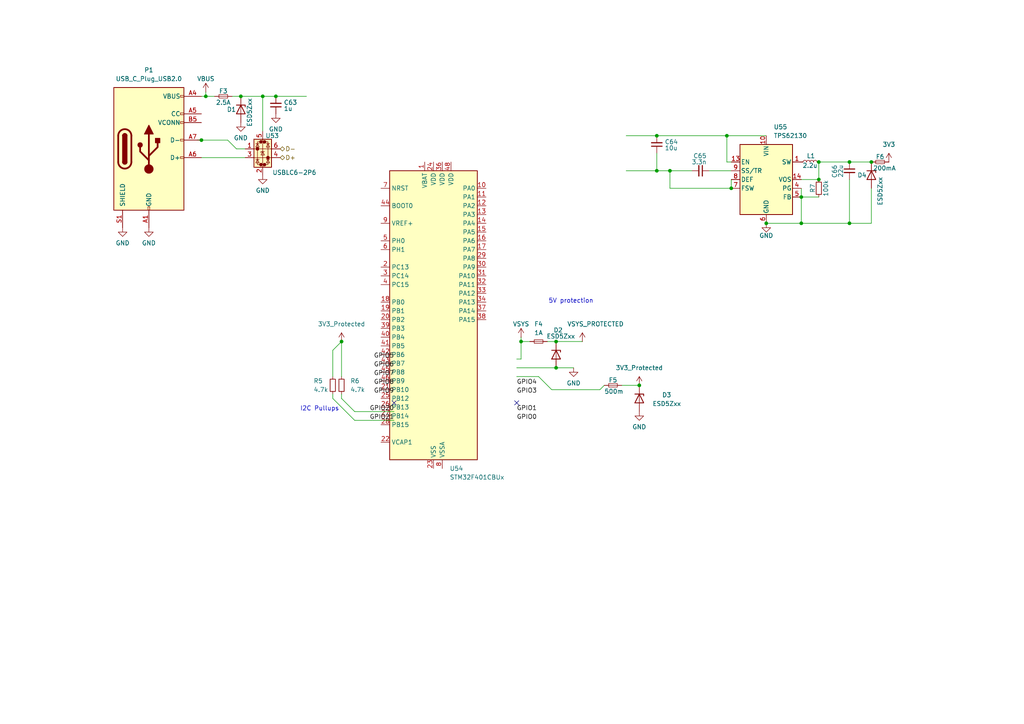
<source format=kicad_sch>
(kicad_sch (version 20250114) (generator "eeschema") (generator_version "9.0")
  (paper "A4")
  (lib_symbols
    (symbol "Connector:USB_C_Plug_USB2.0" (pin_names (offset 1.016))
      (property "Reference" "P" (at -10.16 19.05 0))
      (property "Value" "USB_C_Plug_USB2.0" (at 12.7 19.05 0))
      (symbol "USB_C_Plug_USB2.0_0_0"
        (rectangle (start -0.254 -17.78) (end 0.254 -16.764))
        (rectangle (start 10.16 15.494) (end 9.144 14.986))
        (rectangle (start 10.16 10.414) (end 9.144 9.906))
        (rectangle (start 10.16 7.874) (end 9.144 7.366))
        (rectangle (start 10.16 2.794) (end 9.144 2.286))
        (rectangle (start 10.16 -2.286) (end 9.144 -2.794))
      )
      (symbol "USB_C_Plug_USB2.0_0_1"
        (rectangle (start -10.16 17.78) (end 10.16 -17.78) (stroke (width 0.254)) (fill (type background)))
        (polyline (pts (xy -8.89 -3.81) (xy -8.89 3.81)) (stroke (width 0.508)))
        (rectangle (start -7.62 -3.81) (end -6.35 3.81) (stroke (width 0.254)) (fill (type outline)))
        (arc (start -7.62 3.81) (mid -6.985 4.4423) (end -6.35 3.81) (stroke (width 0.254)))
        (arc (start -7.62 3.81) (mid -6.985 4.4423) (end -6.35 3.81) (stroke (width 0.254)) (fill (type outline)))
        (arc (start -8.89 3.81) (mid -6.985 5.7067) (end -5.08 3.81) (stroke (width 0.508)))
        (arc (start -5.08 -3.81) (mid -6.985 -5.7067) (end -8.89 -3.81) (stroke (width 0.508)))
        (arc (start -6.35 -3.81) (mid -6.985 -4.4423) (end -7.62 -3.81) (stroke (width 0.254)))
        (arc (start -6.35 -3.81) (mid -6.985 -4.4423) (end -7.62 -3.81) (stroke (width 0.254)) (fill (type outline)))
        (polyline (pts (xy -5.08 3.81) (xy -5.08 -3.81)) (stroke (width 0.508)))
        (circle (center -2.54 1.143) (radius 0.635) (stroke (width 0.254)) (fill (type outline)))
        (polyline (pts (xy -1.27 4.318) (xy 0 6.858) (xy 1.27 4.318) (xy -1.27 4.318)) (stroke (width 0.254)) (fill (type outline)))
        (polyline (pts (xy 0 -2.032) (xy 2.54 0.508) (xy 2.54 1.778)) (stroke (width 0.508)))
        (polyline (pts (xy 0 -3.302) (xy -2.54 -0.762) (xy -2.54 0.508)) (stroke (width 0.508)))
        (polyline (pts (xy 0 -5.842) (xy 0 4.318)) (stroke (width 0.508)))
        (circle (center 0 -5.842) (radius 1.27) (fill (type outline)))
        (rectangle (start 1.905 1.778) (end 3.175 3.048) (stroke (width 0.254)) (fill (type outline)))
      )
      (symbol "USB_C_Plug_USB2.0_1_1"
        (pin passive line (at -7.62 -22.86 90) (length 5.08) (name "SHIELD") (number "S1"))
        (pin passive line (at 0 -22.86 90) (length 5.08) (name "GND") (number "A1"))
        (pin passive line (at 0 -22.86 90) (length 5.08) (hide yes) (name "GND") (number "A12"))
        (pin passive line (at 0 -22.86 90) (length 5.08) (hide yes) (name "GND") (number "B1"))
        (pin passive line (at 0 -22.86 90) (length 5.08) (hide yes) (name "GND") (number "B12"))
        (pin passive line (at 15.24 15.24 180) (length 5.08) (name "VBUS") (number "A4"))
        (pin passive line (at 15.24 15.24 180) (length 5.08) (hide yes) (name "VBUS") (number "A9"))
        (pin passive line (at 15.24 15.24 180) (length 5.08) (hide yes) (name "VBUS") (number "B4"))
        (pin passive line (at 15.24 15.24 180) (length 5.08) (hide yes) (name "VBUS") (number "B9"))
        (pin bidirectional line (at 15.24 10.16 180) (length 5.08) (name "CC") (number "A5"))
        (pin bidirectional line (at 15.24 7.62 180) (length 5.08) (name "VCONN") (number "B5"))
        (pin bidirectional line (at 15.24 2.54 180) (length 5.08) (name "D-") (number "A7"))
        (pin bidirectional line (at 15.24 -2.54 180) (length 5.08) (name "D+") (number "A6"))
      )
    )
    (symbol "Device:C_Small" (pin_numbers (hide yes)) (pin_names (offset 0.254) (hide yes))
      (property "Reference" "C" (at 0.254 1.778 0))
      (property "Value" "C_Small" (at 0.254 -2.032 0))
      (symbol "C_Small_0_1"
        (polyline (pts (xy -1.524 0.508) (xy 1.524 0.508)) (stroke (width 0.3048)))
        (polyline (pts (xy -1.524 -0.508) (xy 1.524 -0.508)) (stroke (width 0.3302)))
      )
      (symbol "C_Small_1_1"
        (pin passive line (at 0 2.54 270) (length 2.032) (name "~") (number "1"))
        (pin passive line (at 0 -2.54 90) (length 2.032) (name "~") (number "2"))
      )
    )
    (symbol "Device:Fuse_Small" (pin_numbers (hide yes)) (pin_names (offset 0.254) (hide yes))
      (property "Reference" "F" (at 0 -1.524 0))
      (property "Value" "Fuse_Small" (at 0 1.524 0))
      (symbol "Fuse_Small_0_1"
        (rectangle (start -1.27 0.508) (end 1.27 -0.508))
        (polyline (pts (xy -1.27 0) (xy 1.27 0)))
      )
      (symbol "Fuse_Small_1_1"
        (pin passive line (at -2.54 0 0) (length 1.27) (name "~") (number "1"))
        (pin passive line (at 2.54 0 180) (length 1.27) (name "~") (number "2"))
      )
    )
    (symbol "Device:L_Small" (pin_numbers (hide yes)) (pin_names (offset 0.254) (hide yes))
      (property "Reference" "L" (at 0.762 1.016 0))
      (property "Value" "L_Small" (at 0.762 -1.016 0))
      (symbol "L_Small_0_1"
        (arc (start 0 2.032) (mid 0.5058 1.524) (end 0 1.016))
        (arc (start 0 1.016) (mid 0.5058 0.508) (end 0 0))
        (arc (start 0 0) (mid 0.5058 -0.508) (end 0 -1.016))
        (arc (start 0 -1.016) (mid 0.5058 -1.524) (end 0 -2.032))
      )
      (symbol "L_Small_1_1"
        (pin passive line (at 0 2.54 270) (length 0.508) (name "~") (number "1"))
        (pin passive line (at 0 -2.54 90) (length 0.508) (name "~") (number "2"))
      )
    )
    (symbol "Device:R_Small" (pin_numbers (hide yes)) (pin_names (offset 0.254) (hide yes))
      (property "Reference" "R" (at 0.762 0.508 0))
      (property "Value" "R_Small" (at 0.762 -1.016 0))
      (symbol "R_Small_0_1"
        (rectangle (start -0.762 1.778) (end 0.762 -1.778) (stroke (width 0.2032)))
      )
      (symbol "R_Small_1_1"
        (pin passive line (at 0 2.54 270) (length 0.762) (name "~") (number "1"))
        (pin passive line (at 0 -2.54 90) (length 0.762) (name "~") (number "2"))
      )
    )
    (symbol "Diode:ESD5Zxx" (pin_numbers (hide yes)) (pin_names (hide yes))
      (property "Reference" "D" (at 0 2.54 0))
      (property "Value" "ESD5Zxx" (at 0 -2.54 0))
      (symbol "ESD5Zxx_0_1"
        (polyline (pts (xy -1.27 -1.27) (xy -1.27 1.27) (xy -0.762 1.27)) (stroke (width 0.254)))
        (polyline (pts (xy 1.27 0) (xy -1.27 0)))
        (polyline (pts (xy 1.27 -1.27) (xy 1.27 1.27) (xy -1.27 0) (xy 1.27 -1.27)) (stroke (width 0.254)))
      )
      (symbol "ESD5Zxx_1_1"
        (pin passive line (at -3.81 0 0) (length 2.54) (name "K") (number "1"))
        (pin passive line (at 3.81 0 180) (length 2.54) (name "A") (number "2"))
      )
    )
    (symbol "MCU_ST_STM32F4:STM32F401CBUx"
      (property "Reference" "U" (at -12.7 44.45 0))
      (property "Value" "STM32F401CBUx" (at 7.62 44.45 0))
      (symbol "STM32F401CBUx_0_1"
        (rectangle (start -12.7 -40.64) (end 12.7 43.18) (stroke (width 0.254)) (fill (type background)))
      )
      (symbol "STM32F401CBUx_1_1"
        (pin input line (at -15.24 38.1 0) (length 2.54) (name "NRST") (number "7"))
        (pin input line (at -15.24 33.02 0) (length 2.54) (name "BOOT0") (number "44"))
        (pin input line (at -15.24 27.94 0) (length 2.54) (name "VREF+") (number "9"))
        (pin bidirectional line (at -15.24 22.86 0) (length 2.54) (name "PH0") (number "5"))
        (pin bidirectional line (at -15.24 20.32 0) (length 2.54) (name "PH1") (number "6"))
        (pin bidirectional line (at -15.24 15.24 0) (length 2.54) (name "PC13") (number "2"))
        (pin bidirectional line (at -15.24 12.7 0) (length 2.54) (name "PC14") (number "3"))
        (pin bidirectional line (at -15.24 10.16 0) (length 2.54) (name "PC15") (number "4"))
        (pin bidirectional line (at -15.24 5.08 0) (length 2.54) (name "PB0") (number "18"))
        (pin bidirectional line (at -15.24 2.54 0) (length 2.54) (name "PB1") (number "19"))
        (pin bidirectional line (at -15.24 0 0) (length 2.54) (name "PB2") (number "20"))
        (pin bidirectional line (at -15.24 -2.54 0) (length 2.54) (name "PB3") (number "39"))
        (pin bidirectional line (at -15.24 -5.08 0) (length 2.54) (name "PB4") (number "40"))
        (pin bidirectional line (at -15.24 -7.62 0) (length 2.54) (name "PB5") (number "41"))
        (pin bidirectional line (at -15.24 -10.16 0) (length 2.54) (name "PB6") (number "42"))
        (pin bidirectional line (at -15.24 -12.7 0) (length 2.54) (name "PB7") (number "43"))
        (pin bidirectional line (at -15.24 -15.24 0) (length 2.54) (name "PB8") (number "45"))
        (pin bidirectional line (at -15.24 -17.78 0) (length 2.54) (name "PB9") (number "46"))
        (pin bidirectional line (at -15.24 -20.32 0) (length 2.54) (name "PB10") (number "21"))
        (pin bidirectional line (at -15.24 -22.86 0) (length 2.54) (name "PB12") (number "25"))
        (pin bidirectional line (at -15.24 -25.4 0) (length 2.54) (name "PB13") (number "26"))
        (pin bidirectional line (at -15.24 -27.94 0) (length 2.54) (name "PB14") (number "27"))
        (pin bidirectional line (at -15.24 -30.48 0) (length 2.54) (name "PB15") (number "28"))
        (pin power_out line (at -15.24 -35.56 0) (length 2.54) (name "VCAP1") (number "22"))
        (pin power_in line (at -2.54 45.72 270) (length 2.54) (name "VBAT") (number "1"))
        (pin power_in line (at 0 45.72 270) (length 2.54) (name "VDD") (number "24"))
        (pin power_in line (at 0 -43.18 90) (length 2.54) (name "VSS") (number "23"))
        (pin passive line (at 0 -43.18 90) (length 2.54) (hide yes) (name "VSS") (number "35"))
        (pin passive line (at 0 -43.18 90) (length 2.54) (hide yes) (name "VSS") (number "47"))
        (pin passive line (at 0 -43.18 90) (length 2.54) (hide yes) (name "VSS") (number "49"))
        (pin power_in line (at 2.54 45.72 270) (length 2.54) (name "VDD") (number "36"))
        (pin power_in line (at 2.54 -43.18 90) (length 2.54) (name "VSSA") (number "8"))
        (pin power_in line (at 5.08 45.72 270) (length 2.54) (name "VDD") (number "48"))
        (pin bidirectional line (at 15.24 38.1 180) (length 2.54) (name "PA0") (number "10"))
        (pin bidirectional line (at 15.24 35.56 180) (length 2.54) (name "PA1") (number "11"))
        (pin bidirectional line (at 15.24 33.02 180) (length 2.54) (name "PA2") (number "12"))
        (pin bidirectional line (at 15.24 30.48 180) (length 2.54) (name "PA3") (number "13"))
        (pin bidirectional line (at 15.24 27.94 180) (length 2.54) (name "PA4") (number "14"))
        (pin bidirectional line (at 15.24 25.4 180) (length 2.54) (name "PA5") (number "15"))
        (pin bidirectional line (at 15.24 22.86 180) (length 2.54) (name "PA6") (number "16"))
        (pin bidirectional line (at 15.24 20.32 180) (length 2.54) (name "PA7") (number "17"))
        (pin bidirectional line (at 15.24 17.78 180) (length 2.54) (name "PA8") (number "29"))
        (pin bidirectional line (at 15.24 15.24 180) (length 2.54) (name "PA9") (number "30"))
        (pin bidirectional line (at 15.24 12.7 180) (length 2.54) (name "PA10") (number "31"))
        (pin bidirectional line (at 15.24 10.16 180) (length 2.54) (name "PA11") (number "32"))
        (pin bidirectional line (at 15.24 7.62 180) (length 2.54) (name "PA12") (number "33"))
        (pin bidirectional line (at 15.24 5.08 180) (length 2.54) (name "PA13") (number "34"))
        (pin bidirectional line (at 15.24 2.54 180) (length 2.54) (name "PA14") (number "37"))
        (pin bidirectional line (at 15.24 0 180) (length 2.54) (name "PA15") (number "38"))
      )
    )
    (symbol "Power_Protection:USBLC6-2P6" (pin_names (hide yes))
      (property "Reference" "U" (at 0.635 5.715 0))
      (property "Value" "USBLC6-2P6" (at 0.635 3.81 0))
      (symbol "USBLC6-2P6_0_0"
        (circle (center -1.524 0) (radius 0.0001) (stroke (width 0.508)))
        (circle (center -0.508 2.032) (radius 0.0001) (stroke (width 0.508)))
        (circle (center -0.508 -4.572) (radius 0.0001) (stroke (width 0.508)))
        (circle (center 0.508 2.032) (radius 0.0001) (stroke (width 0.508)))
        (circle (center 0.508 -4.572) (radius 0.0001) (stroke (width 0.508)))
        (circle (center 1.524 -2.54) (radius 0.0001) (stroke (width 0.508)))
      )
      (symbol "USBLC6-2P6_0_1"
        (polyline (pts (xy -2.54 0) (xy 2.54 0)))
        (polyline (pts (xy -2.54 -2.54) (xy 2.54 -2.54)))
        (polyline (pts (xy -2.032 0.508) (xy -1.016 0.508) (xy -1.524 1.524) (xy -2.032 0.508)))
        (polyline (pts (xy -2.032 -3.048) (xy -1.016 -3.048)))
        (polyline (pts (xy -1.016 1.524) (xy -2.032 1.524)))
        (polyline (pts (xy -1.016 -4.064) (xy -2.032 -4.064) (xy -1.524 -3.048) (xy -1.016 -4.064)))
        (polyline (pts (xy -0.508 -1.143) (xy -0.508 -0.762) (xy 0.508 -0.762)))
        (polyline (pts (xy 0 2.54) (xy -0.508 2.032) (xy 0.508 2.032) (xy 0 1.524) (xy 0 -4.064) (xy -0.508 -4.572) (xy 0.508 -4.572) (xy 0 -5.08)))
        (polyline (pts (xy 0.508 -1.778) (xy -0.508 -1.778) (xy 0 -0.762) (xy 0.508 -1.778)))
        (polyline (pts (xy 1.016 1.524) (xy 2.032 1.524)))
        (polyline (pts (xy 1.016 -3.048) (xy 2.032 -3.048)))
        (polyline (pts (xy 2.032 0.508) (xy 1.016 0.508) (xy 1.524 1.524) (xy 2.032 0.508)))
        (polyline (pts (xy 2.032 -4.064) (xy 1.016 -4.064) (xy 1.524 -3.048) (xy 2.032 -4.064)))
      )
      (symbol "USBLC6-2P6_1_1"
        (rectangle (start -2.54 2.794) (end 2.54 -5.334) (stroke (width 0.254)) (fill (type background)))
        (polyline (pts (xy -0.508 2.032) (xy -1.524 2.032) (xy -1.524 -4.572) (xy -0.508 -4.572)))
        (polyline (pts (xy 0.508 -4.572) (xy 1.524 -4.572) (xy 1.524 2.032) (xy 0.508 2.032)))
        (pin passive line (at -5.08 0 0) (length 2.54) (name "I/O1") (number "1"))
        (pin passive line (at -5.08 -2.54 0) (length 2.54) (name "I/O2") (number "3"))
        (pin passive line (at 0 5.08 270) (length 2.54) (name "VBUS") (number "5"))
        (pin passive line (at 0 -7.62 90) (length 2.54) (name "GND") (number "2"))
        (pin passive line (at 5.08 0 180) (length 2.54) (name "I/O1") (number "6"))
        (pin passive line (at 5.08 -2.54 180) (length 2.54) (name "I/O2") (number "4"))
      )
    )
    (symbol "Regulator_Switching:TPS62130" (pin_names (offset 0.254))
      (property "Reference" "U" (at 3.81 13.97 0))
      (property "Value" "TPS62130" (at 3.81 11.43 0))
      (symbol "TPS62130_0_1"
        (rectangle (start -7.62 10.16) (end 7.62 -10.16) (stroke (width 0.254)) (fill (type background)))
      )
      (symbol "TPS62130_1_1"
        (pin input line (at -10.16 5.08 0) (length 2.54) (name "EN") (number "13"))
        (pin input line (at -10.16 2.54 0) (length 2.54) (name "SS/TR") (number "9"))
        (pin input line (at -10.16 0 0) (length 2.54) (name "DEF") (number "8"))
        (pin input line (at -10.16 -2.54 0) (length 2.54) (name "FSW") (number "7"))
        (pin power_in line (at 0 12.7 270) (length 2.54) (name "VIN") (number "10"))
        (pin passive line (at 0 12.7 270) (length 2.54) (hide yes) (name "VIN") (number "11"))
        (pin passive line (at 0 12.7 270) (length 2.54) (hide yes) (name "VIN") (number "12"))
        (pin passive line (at 0 -12.7 90) (length 2.54) (hide yes) (name "GND") (number "15"))
        (pin passive line (at 0 -12.7 90) (length 2.54) (hide yes) (name "GND") (number "16"))
        (pin passive line (at 0 -12.7 90) (length 2.54) (hide yes) (name "GND") (number "17"))
        (pin power_in line (at 0 -12.7 90) (length 2.54) (name "GND") (number "6"))
        (pin output line (at 10.16 5.08 180) (length 2.54) (name "SW") (number "1"))
        (pin passive line (at 10.16 5.08 180) (length 2.54) (hide yes) (name "SW") (number "2"))
        (pin passive line (at 10.16 5.08 180) (length 2.54) (hide yes) (name "SW") (number "3"))
        (pin input line (at 10.16 0 180) (length 2.54) (name "VOS") (number "14"))
        (pin open_collector line (at 10.16 -2.54 180) (length 2.54) (name "PG") (number "4"))
        (pin input line (at 10.16 -5.08 180) (length 2.54) (name "FB") (number "5"))
      )
    )
    (symbol "power:GND" (power) (pin_names (offset 0))
      (property "Value" "GND" (at 0 -3.81 0))
      (symbol "GND_0_1"
        (polyline (pts (xy 0 0) (xy 0 -1.27) (xy 1.27 -1.27) (xy 0 -2.54) (xy -1.27 -1.27) (xy 0 -1.27)))
      )
      (symbol "GND_1_1"
        (pin power_in line (at 0 0 270) (length 0) (hide yes) (name "GND") (number "1"))
      )
    )
    (symbol "power:VDD" (power) (pin_numbers (hide yes)) (pin_names (offset 0) (hide yes))
      (property "Value" "VDD" (at 0 3.556 0))
      (symbol "VDD_0_1"
        (polyline (pts (xy -0.762 1.27) (xy 0 2.54)))
        (polyline (pts (xy 0 2.54) (xy 0.762 1.27)))
        (polyline (pts (xy 0 0) (xy 0 2.54)))
      )
      (symbol "VDD_1_1"
        (pin power_in line (at 0 0 90) (length 0) (name "~") (number "1"))
      )
    )
  )
  (text "5V protection" (at 165.608 87.376 0) (effects (font (size 1.27 1.27))))
  (text "I2C Pullups" (at 92.71 118.618 0) (effects (font (size 1.27 1.27))))
  (junction (at 80.01 27.94))
  (junction (at 99.06 99.06))
  (junction (at 190.5 39.37))
  (junction (at 237.49 52.07))
  (junction (at 194.31 49.53))
  (junction (at 232.41 57.15))
  (junction (at 151.13 99.06))
  (junction (at 76.2 27.94))
  (junction (at 58.42 40.64))
  (junction (at 222.25 64.77))
  (junction (at 232.41 64.77))
  (junction (at 69.85 27.94))
  (junction (at 237.49 46.99))
  (junction (at 246.38 64.77))
  (junction (at 161.29 106.68))
  (junction (at 59.69 27.94))
  (junction (at 190.5 49.53))
  (junction (at 161.29 99.06))
  (junction (at 185.42 111.76))
  (junction (at 246.38 46.99))
  (junction (at 252.73 46.99))
  (junction (at 212.09 54.61))
  (junction (at 210.82 39.37))
  (no_connect (at 114.3 116.84))
  (no_connect (at 149.86 116.84))
  (wire (pts (xy 57.15 40.64) (xy 58.42 40.64)))
  (wire (pts (xy 181.61 39.37) (xy 190.5 39.37)))
  (wire (pts (xy 99.06 114.3) (xy 99.06 115.57)))
  (wire (pts (xy 149.86 109.22) (xy 156.21 109.22)))
  (wire (pts (xy 66.04 40.64) (xy 68.58 43.18)))
  (wire (pts (xy 190.5 39.37) (xy 210.82 39.37)))
  (wire (pts (xy 232.41 52.07) (xy 237.49 52.07)))
  (wire (pts (xy 80.01 27.94) (xy 88.9 27.94)))
  (wire (pts (xy 237.49 46.99) (xy 246.38 46.99)))
  (wire (pts (xy 194.31 49.53) (xy 200.66 49.53)))
  (wire (pts (xy 58.42 45.72) (xy 71.12 45.72)))
  (wire (pts (xy 175.26 111.76) (xy 173.99 113.03)))
  (wire (pts (xy 96.52 109.22) (xy 96.52 101.6)))
  (wire (pts (xy 76.2 27.94) (xy 76.2 38.1)))
  (wire (pts (xy 114.3 119.38) (xy 102.87 119.38)))
  (wire (pts (xy 212.09 54.61) (xy 194.31 54.61)))
  (wire (pts (xy 232.41 57.15) (xy 237.49 57.15)))
  (wire (pts (xy 67.31 27.94) (xy 69.85 27.94)))
  (wire (pts (xy 232.41 54.61) (xy 232.41 57.15)))
  (wire (pts (xy 160.02 113.03) (xy 173.99 113.03)))
  (wire (pts (xy 180.34 111.76) (xy 185.42 111.76)))
  (wire (pts (xy 194.31 54.61) (xy 194.31 49.53)))
  (wire (pts (xy 212.09 52.07) (xy 212.09 54.61)))
  (wire (pts (xy 59.69 26.67) (xy 59.69 27.94)))
  (wire (pts (xy 161.29 106.68) (xy 166.37 106.68)))
  (wire (pts (xy 190.5 49.53) (xy 194.31 49.53)))
  (wire (pts (xy 246.38 52.07) (xy 246.38 64.77)))
  (wire (pts (xy 210.82 46.99) (xy 210.82 39.37)))
  (wire (pts (xy 96.52 115.57) (xy 102.87 121.92)))
  (wire (pts (xy 237.49 52.07) (xy 237.49 46.99)))
  (wire (pts (xy 212.09 46.99) (xy 210.82 46.99)))
  (wire (pts (xy 246.38 64.77) (xy 232.41 64.77)))
  (wire (pts (xy 149.86 104.14) (xy 151.13 104.14)))
  (wire (pts (xy 149.86 106.68) (xy 161.29 106.68)))
  (wire (pts (xy 69.85 27.94) (xy 76.2 27.94)))
  (wire (pts (xy 102.87 119.38) (xy 99.06 115.57)))
  (wire (pts (xy 58.42 40.64) (xy 66.04 40.64)))
  (wire (pts (xy 205.74 49.53) (xy 212.09 49.53)))
  (wire (pts (xy 161.29 99.06) (xy 168.91 99.06)))
  (wire (pts (xy 102.87 121.92) (xy 114.3 121.92)))
  (wire (pts (xy 76.2 27.94) (xy 80.01 27.94)))
  (wire (pts (xy 58.42 27.94) (xy 59.69 27.94)))
  (wire (pts (xy 99.06 99.06) (xy 99.06 109.22)))
  (wire (pts (xy 96.52 114.3) (xy 96.52 115.57)))
  (wire (pts (xy 232.41 57.15) (xy 232.41 64.77)))
  (wire (pts (xy 190.5 44.45) (xy 190.5 49.53)))
  (wire (pts (xy 151.13 99.06) (xy 153.67 99.06)))
  (wire (pts (xy 246.38 46.99) (xy 252.73 46.99)))
  (wire (pts (xy 96.52 101.6) (xy 99.06 99.06)))
  (wire (pts (xy 151.13 99.06) (xy 151.13 104.14)))
  (wire (pts (xy 210.82 39.37) (xy 222.25 39.37)))
  (wire (pts (xy 158.75 99.06) (xy 161.29 99.06)))
  (wire (pts (xy 59.69 27.94) (xy 62.23 27.94)))
  (wire (pts (xy 232.41 64.77) (xy 222.25 64.77)))
  (wire (pts (xy 252.73 54.61) (xy 252.73 64.77)))
  (wire (pts (xy 252.73 64.77) (xy 246.38 64.77)))
  (wire (pts (xy 68.58 43.18) (xy 71.12 43.18)))
  (wire (pts (xy 151.13 97.79) (xy 151.13 99.06)))
  (wire (pts (xy 156.21 109.22) (xy 160.02 113.03)))
  (wire (pts (xy 190.5 49.53) (xy 181.61 49.53)))
  (label "GPIO9" (at 114.3 114.3 180))
  (label "GPIO8" (at 114.3 111.76 180))
  (label "GPIO5" (at 114.3 104.14 180))
  (label "GPIO1" (at 149.86 119.38 0))
  (label "GPIO6" (at 114.3 106.68 180))
  (label "GPIO7" (at 114.3 109.22 180))
  (label "GPIO0" (at 149.86 121.92 0))
  (label "GPIO20" (at 114.3 119.38 180))
  (label "GPIO3" (at 149.86 114.3 0))
  (label "GPIO21" (at 114.3 121.92 180))
  (label "GPIO4" (at 149.86 111.76 0))
  (hierarchical_label "D+" (shape bidirectional) (at 81.28 45.72 0))
  (hierarchical_label "D-" (shape bidirectional) (at 81.28 43.18 0))
  (symbol (lib_id "power:GND") (at 69.85 35.56 0) (unit 1)
    (property "Reference" "#PWR061" (effects (hide yes)))
    (property "Value" "GND" (at 69.85 40.005 0))
  )
  (symbol (lib_id "Device:C_Small") (at 80.01 30.48 180) (unit 1)
    (property "Reference" "C63" (at 82.296 29.718 0) (effects (justify right)))
    (property "Value" "1u" (at 82.296 31.496 0) (effects (justify right)))
    (property "Footprint" "Capacitor_SMD:C_0402_1005Metric" (effects (hide yes)))
    (property "Description" "Unpolarized capacitor, small symbol" (effects (hide yes)))
  )
  (symbol (lib_id "power:VDD") (at 168.91 99.06 0) (unit 1)
    (property "Reference" "#PWR067" (effects (hide yes)))
    (property "Value" "VSYS_PROTECTED" (at 172.72 93.98 0))
    (property "Description" "Power symbol creates a global label with name \"VDD\"" (effects (hide yes)))
  )
  (symbol (lib_id "power:GND") (at 43.18 66.04 0) (unit 1)
    (property "Reference" "#PWR059" (effects (hide yes)))
    (property "Value" "GND" (at 43.18 70.485 0))
  )
  (symbol (lib_id "power:VDD") (at 257.81 46.99 0) (unit 1)
    (property "Reference" "#PWR071" (effects (hide yes)))
    (property "Value" "3V3" (at 257.81 41.91 0))
    (property "Description" "Power symbol creates a global label with name \"VDD\"" (effects (hide yes)))
  )
  (symbol (lib_id "Device:R_Small") (at 99.06 111.76 180) (unit 1)
    (property "Reference" "R6" (at 101.6 110.4899 0) (effects (justify right)))
    (property "Value" "4.7k" (at 101.6 113.0299 0) (effects (justify right)))
    (property "Footprint" "Resistor_SMD:R_0603_1608Metric_Pad0.98x0.95mm_HandSolder" (effects (hide yes)))
  )
  (symbol (lib_id "power:GND") (at 80.01 33.02 0) (unit 1)
    (property "Reference" "#PWR063" (effects (hide yes)))
    (property "Value" "GND" (at 80.01 37.465 0))
  )
  (symbol (lib_id "power:VDD") (at 185.42 111.76 0) (unit 1)
    (property "Reference" "#PWR068" (effects (hide yes)))
    (property "Value" "3V3_Protected" (at 185.42 106.68 0))
    (property "Description" "Power symbol creates a global label with name \"VDD\"" (effects (hide yes)))
  )
  (symbol (lib_id "Diode:ESD5Zxx") (at 185.42 115.57 270) (unit 1)
    (property "Reference" "D3" (at 192.024 114.554 90) (effects (justify left)))
    (property "Value" "ESD5Zxx" (at 189.23 117.094 90) (effects (justify left)))
    (property "Footprint" "Diode_SMD:D_SOD-323" (effects (hide yes)))
    (property "Datasheet" "https://www.onsemi.com/pdf/datasheet/esd5z2.5t1-d.pdf" (effects (hide yes)))
    (property "Description" "ESD Protection Diode, SOD-523" (effects (hide yes)))
  )
  (symbol (lib_id "Device:C_Small") (at 190.5 41.91 180) (unit 1)
    (property "Reference" "C64" (at 192.786 41.148 0) (effects (justify right)))
    (property "Value" "10u" (at 192.786 42.926 0) (effects (justify right)))
    (property "Footprint" "Capacitor_SMD:C_0402_1005Metric" (effects (hide yes)))
    (property "Description" "Unpolarized capacitor, small symbol" (effects (hide yes)))
  )
  (symbol (lib_id "power:VDD") (at 99.06 99.06 0) (unit 1)
    (property "Reference" "#PWR064" (effects (hide yes)))
    (property "Value" "3V3_Protected" (at 99.06 93.98 0))
    (property "Description" "Power symbol creates a global label with name \"VDD\"" (effects (hide yes)))
  )
  (symbol (lib_id "Device:L_Small") (at 234.95 46.99 90) (unit 1)
    (property "Reference" "L1" (at 235.204 45.212 90))
    (property "Value" "2.2u" (at 234.95 48.006 90))
    (property "Footprint" "Inductor_SMD:L_Wuerth_MAPI-2506" (effects (hide yes)))
    (property "Description" "Inductor, small symbol" (effects (hide yes)))
  )
  (symbol (lib_id "power:VDD") (at 151.13 97.79 0) (unit 1)
    (property "Reference" "#PWR065" (effects (hide yes)))
    (property "Value" "VSYS" (at 151.13 93.98 0))
    (property "Description" "Power symbol creates a global label with name \"VDD\"" (effects (hide yes)))
  )
  (symbol (lib_id "power:VDD") (at 59.69 26.67 0) (unit 1)
    (property "Reference" "#PWR060" (effects (hide yes)))
    (property "Value" "VBUS" (at 59.69 22.86 0))
    (property "Description" "Power symbol creates a global label with name \"VDD\"" (effects (hide yes)))
  )
  (symbol (lib_id "power:GND") (at 35.56 66.04 0) (unit 1)
    (property "Reference" "#PWR058" (effects (hide yes)))
    (property "Value" "GND" (at 35.56 70.485 0))
  )
  (symbol (lib_id "power:GND") (at 166.37 106.68 0) (unit 1)
    (property "Reference" "#PWR066" (effects (hide yes)))
    (property "Value" "GND" (at 166.37 111.125 0))
  )
  (symbol (lib_id "power:GND") (at 76.2 50.8 0) (unit 1)
    (property "Reference" "#PWR062" (effects (hide yes)))
    (property "Value" "GND" (at 76.2 55.245 0))
  )
  (symbol (lib_id "Device:C_Small") (at 203.2 49.53 270) (unit 1)
    (property "Reference" "C65" (at 204.978 45.212 90) (effects (justify right)))
    (property "Value" "3.3n" (at 204.978 46.99 90) (effects (justify right)))
    (property "Footprint" "Capacitor_SMD:C_0402_1005Metric" (effects (hide yes)))
    (property "Description" "Unpolarized capacitor, small symbol" (effects (hide yes)))
  )
  (symbol (lib_id "Device:Fuse_Small") (at 64.77 27.94 0) (unit 1)
    (property "Reference" "F3" (at 64.77 26.416 0))
    (property "Value" "2.5A" (at 64.77 29.718 0))
    (property "Footprint" "Fuse:Fuse_0805_2012Metric_Pad1.15x1.40mm_HandSolder" (effects (hide yes)))
    (property "Description" "Fuse, small symbol" (effects (hide yes)))
  )
  (symbol (lib_id "Device:C_Small") (at 246.38 49.53 0) (unit 1)
    (property "Reference" "C66" (at 242.062 47.752 90) (effects (justify right)))
    (property "Value" "22u" (at 243.84 47.752 90) (effects (justify right)))
    (property "Footprint" "Capacitor_SMD:C_0603_1608Metric" (effects (hide yes)))
    (property "Description" "Unpolarized capacitor, small symbol" (effects (hide yes)))
  )
  (symbol (lib_id "Device:R_Small") (at 96.52 111.76 180) (unit 1)
    (property "Reference" "R5" (at 90.932 110.49 0) (effects (justify right)))
    (property "Value" "4.7k" (at 90.932 113.03 0) (effects (justify right)))
    (property "Footprint" "Resistor_SMD:R_0603_1608Metric_Pad0.98x0.95mm_HandSolder" (effects (hide yes)))
  )
  (symbol (lib_id "Connector:USB_C_Plug_USB2.0") (at 43.18 43.18 0) (unit 1)
    (property "Reference" "P1" (at 43.18 20.32 0))
    (property "Value" "USB_C_Plug_USB2.0" (at 43.18 22.86 0))
    (property "Footprint" "Connector_USB:USB_C_Receptacle_GCT_USB4135-GF-A_6P_TopMnt_Horizontal" (effects (hide yes)))
    (property "Datasheet" "https://www.usb.org/sites/default/files/documents/usb_type-c.zip" (effects (hide yes)))
    (property "Description" "USB 2.0-only Type-C Plug connector" (effects (hide yes)))
  )
  (symbol (lib_id "Diode:ESD5Zxx") (at 69.85 31.75 270) (unit 1)
    (property "Reference" "D1" (at 65.786 31.75 90) (effects (justify left)))
    (property "Value" "ESD5Zxx" (at 72.39 28.448 0) (effects (justify left)))
    (property "Footprint" "Diode_SMD:D_SOD-323" (effects (hide yes)))
    (property "Datasheet" "https://www.onsemi.com/pdf/datasheet/esd5z2.5t1-d.pdf" (effects (hide yes)))
    (property "Description" "ESD Protection Diode, SOD-523" (effects (hide yes)))
  )
  (symbol (lib_id "Device:Fuse_Small") (at 177.8 111.76 0) (unit 1)
    (property "Reference" "F5" (at 177.8 110.236 0))
    (property "Value" "500m" (at 178.054 113.538 0))
    (property "Footprint" "Fuse:Fuse_0603_1608Metric_Pad1.05x0.95mm_HandSolder" (effects (hide yes)))
    (property "Description" "Fuse, small symbol" (effects (hide yes)))
  )
  (symbol (lib_id "Device:Fuse_Small") (at 156.21 99.06 0) (unit 1)
    (property "Reference" "F4" (at 156.21 93.98 0))
    (property "Value" "1A" (at 156.21 96.52 0))
    (property "Footprint" "Fuse:Fuse_0805_2012Metric_Pad1.15x1.40mm_HandSolder" (effects (hide yes)))
    (property "Description" "Fuse, small symbol" (effects (hide yes)))
  )
  (symbol (lib_id "Regulator_Switching:TPS62130") (at 222.25 52.07 0) (unit 1)
    (property "Reference" "U55" (at 224.3933 36.83 0) (effects (justify left)))
    (property "Value" "TPS62130" (at 224.3933 39.37 0) (effects (justify left)))
    (property "Footprint" "Package_DFN_QFN:VQFN-16-1EP_3x3mm_P0.5mm_EP1.68x1.68mm_ThermalVias" (effects (hide yes)))
    (property "Datasheet" "http://www.ti.com/lit/ds/symlink/tps62130.pdf" (effects (hide yes)))
    (property "Description" "3A Step-Down Converter with DCS-Control, Adjustable Output Voltage, 3-17V Input Voltage, QFN-16" (effects (hide yes)))
  )
  (symbol (lib_id "Device:Fuse_Small") (at 255.27 46.99 0) (unit 1)
    (property "Reference" "F6" (at 255.27 45.466 0))
    (property "Value" "200mA" (at 256.54 48.768 0))
    (property "Footprint" "Fuse:Fuse_0603_1608Metric_Pad1.05x0.95mm_HandSolder" (effects (hide yes)))
    (property "Description" "Fuse, small symbol" (effects (hide yes)))
  )
  (symbol (lib_id "Diode:ESD5Zxx") (at 161.29 102.87 270) (unit 1)
    (property "Reference" "D2" (at 160.528 95.758 90) (effects (justify left)))
    (property "Value" "ESD5Zxx" (at 158.496 97.536 90) (effects (justify left)))
    (property "Footprint" "Diode_SMD:D_SOD-323" (effects (hide yes)))
    (property "Datasheet" "https://www.onsemi.com/pdf/datasheet/esd5z2.5t1-d.pdf" (effects (hide yes)))
    (property "Description" "ESD Protection Diode, SOD-523" (effects (hide yes)))
  )
  (symbol (lib_id "Device:R_Small") (at 237.49 54.61 180) (unit 1)
    (property "Reference" "R7" (at 235.712 54.61 90))
    (property "Value" "100k" (at 239.522 54.61 90))
    (property "Footprint" "Resistor_SMD:R_0402_1005Metric" (effects (hide yes)))
    (property "Description" "Resistor, small symbol" (effects (hide yes)))
  )
  (symbol (lib_id "Diode:ESD5Zxx") (at 252.73 50.8 270) (unit 1)
    (property "Reference" "D4" (at 248.666 50.8 90) (effects (justify left)))
    (property "Value" "ESD5Zxx" (at 255.27 51.308 0) (effects (justify left)))
    (property "Footprint" "Diode_SMD:D_SOD-323" (effects (hide yes)))
    (property "Datasheet" "https://www.onsemi.com/pdf/datasheet/esd5z2.5t1-d.pdf" (effects (hide yes)))
    (property "Description" "ESD Protection Diode, SOD-523" (effects (hide yes)))
  )
  (symbol (lib_id "power:GND") (at 222.25 64.77 0) (unit 1)
    (property "Reference" "#PWR070" (effects (hide yes)))
    (property "Value" "GND" (at 222.25 68.326 0))
  )
  (symbol (lib_id "Power_Protection:USBLC6-2P6") (at 76.2 43.18 0) (unit 1)
    (property "Reference" "U53" (at 76.962 39.37 0) (effects (justify left)))
    (property "Value" "USBLC6-2P6" (at 78.994 50.038 0) (effects (justify left)))
    (property "Footprint" "Package_TO_SOT_SMD:SOT-666" (effects (hide yes)))
    (property "Datasheet" "https://www.st.com/resource/en/datasheet/usblc6-2.pdf" (effects (hide yes)))
    (property "Description" "Very low capacitance ESD protection diode, 2 data-line, SOT-666" (effects (hide yes)))
  )
  (symbol (lib_id "MCU_ST_STM32F4:STM32F401CBUx") (at 125.73 92.71 0) (unit 1)
    (property "Reference" "U54" (at 130.4133 135.89 0) (effects (justify left)))
    (property "Value" "STM32F401CBUx" (at 130.4133 138.43 0) (effects (justify left)))
    (property "Footprint" "Package_DFN_QFN:QFN-48-1EP_7x7mm_P0.5mm_EP5.6x5.6mm" (effects (hide yes)))
    (property "Datasheet" "https://www.st.com/resource/en/datasheet/stm32f401cb.pdf" (effects (hide yes)))
    (property "Description" "STMicroelectronics Arm Cortex-M4 MCU, 128KB flash, 64KB RAM, 84 MHz, 1.7-3.6V, 36 GPIO, UFQFPN48" (effects (hide yes)))
  )
  (symbol (lib_id "power:GND") (at 185.42 119.38 0) (unit 1)
    (property "Reference" "#PWR069" (effects (hide yes)))
    (property "Value" "GND" (at 185.42 123.825 0))
  )
)
</source>
